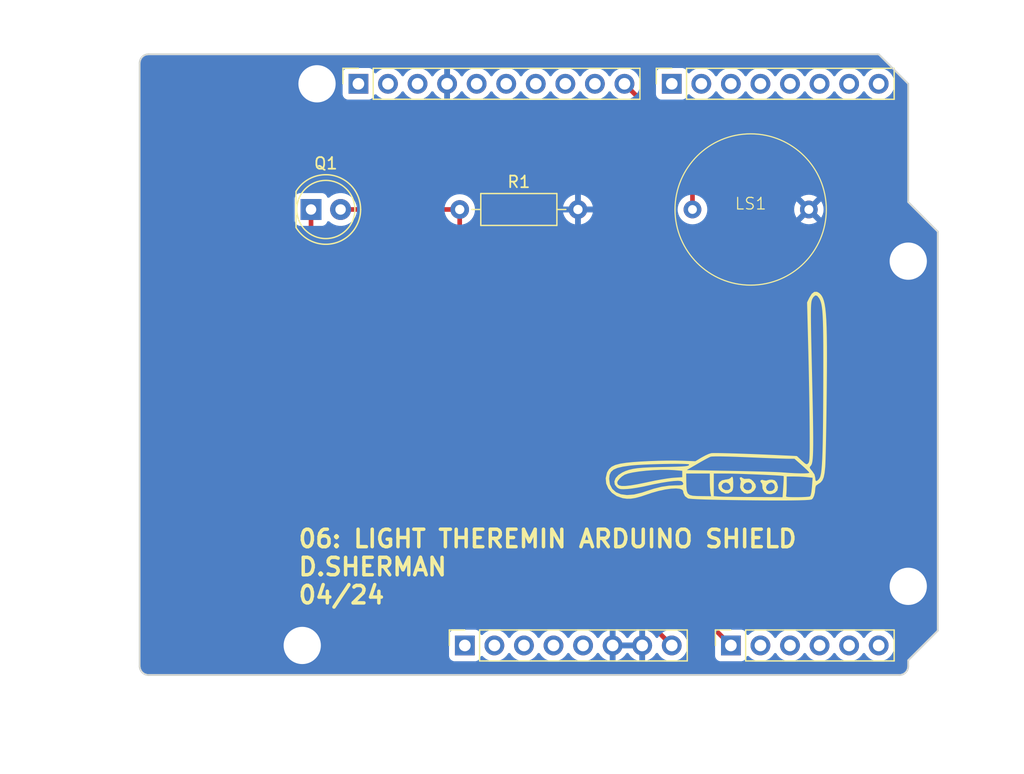
<source format=kicad_pcb>
(kicad_pcb (version 20240108) (generator "pcbnew") (generator_version "8.0")
  (title_block (date "mar. 31 mars 2015"))
  (layers (0 "F.Cu" signal) (31 "B.Cu" signal) (34 "B.Paste" user) (35 "F.Paste" user) (36 "B.SilkS" user "B.Silkscreen") (37 "F.SilkS" user "F.Silkscreen") (38 "B.Mask" user) (39 "F.Mask" user) (44 "Edge.Cuts" user))
  (net 0 "")
  (net 1 "GND")
  (net 3 "+5V")
  (net 4 "/IOREF")
  (net 5 "/A0")
  (net 6 "/A1")
  (net 7 "/A2")
  (net 8 "/A3")
  (net 9 "/SDA{slash}A4")
  (net 10 "/SCL{slash}A5")
  (net 11 "/13")
  (net 12 "/12")
  (net 13 "/AREF")
  (net 14 "/8")
  (net 15 "/7")
  (net 16 "/*11")
  (net 17 "/*10")
  (net 18 "/*9")
  (net 19 "/4")
  (net 20 "/2")
  (net 21 "/*6")
  (net 22 "/*5")
  (net 23 "/TX{slash}1")
  (net 24 "/*3")
  (net 25 "/RX{slash}0")
  (net 26 "+3V3")
  (net 27 "VCC")
  (net 28 "/~{RESET}")
  (footprint "Connector_PinSocket_2.54mm:PinSocket_1x08_P2.54mm_Vertical" (layer "F.Cu") (at 127.94 97.46 90)
    (property "Reference" "J1" (hide yes))
    (property "Value" "Power")
    (fp_line (start 1.33 -1.33) (end 1.33 0) (stroke (width 0.12)) (layer "F.SilkS"))
    (fp_line (start 0 -1.33) (end 1.33 -1.33) (stroke (width 0.12)) (layer "F.SilkS"))
    (fp_line (start 1.33 1.27) (end 1.33 19.11) (stroke (width 0.12)) (layer "F.SilkS"))
    (fp_line (start -1.33 1.27) (end 1.33 1.27) (stroke (width 0.12)) (layer "F.SilkS"))
    (fp_line (start -1.33 1.27) (end -1.33 19.11) (stroke (width 0.12)) (layer "F.SilkS"))
    (fp_line (start -1.33 19.11) (end 1.33 19.11) (stroke (width 0.12)) (layer "F.SilkS"))
    (pad "1" thru_hole rect (at 0 0 90) (size 1.7 1.7) (drill 1) (layers "*.Cu" "*.Mask"))
    (pad "2" thru_hole oval (at 0 2.54 90) (size 1.7 1.7) (drill 1) (layers "*.Cu" "*.Mask") (net 4 "/IOREF"))
    (pad "3" thru_hole oval (at 0 5.08 90) (size 1.7 1.7) (drill 1) (layers "*.Cu" "*.Mask") (net 28 "/~{RESET}"))
    (pad "4" thru_hole oval (at 0 7.62 90) (size 1.7 1.7) (drill 1) (layers "*.Cu" "*.Mask") (net 26 "+3V3"))
    (pad "5" thru_hole oval (at 0 10.16 90) (size 1.7 1.7) (drill 1) (layers "*.Cu" "*.Mask") (net 3 "+5V"))
    (pad "6" thru_hole oval (at 0 12.7 90) (size 1.7 1.7) (drill 1) (layers "*.Cu" "*.Mask") (net 1 "GND"))
    (pad "7" thru_hole oval (at 0 15.24 90) (size 1.7 1.7) (drill 1) (layers "*.Cu" "*.Mask") (net 1 "GND"))
    (pad "8" thru_hole oval (at 0 17.78 90) (size 1.7 1.7) (drill 1) (layers "*.Cu" "*.Mask") (net 27 "VCC"))
  )
  (footprint "Connector_PinSocket_2.54mm:PinSocket_1x06_P2.54mm_Vertical" (layer "F.Cu") (at 150.8 97.46 90)
    (property "Reference" "J3" (hide yes))
    (property "Value" "Analog")
    (fp_line (start 1.33 -1.33) (end 1.33 0) (stroke (width 0.12)) (layer "F.SilkS"))
    (fp_line (start 0 -1.33) (end 1.33 -1.33) (stroke (width 0.12)) (layer "F.SilkS"))
    (fp_line (start 1.33 1.27) (end 1.33 14.03) (stroke (width 0.12)) (layer "F.SilkS"))
    (fp_line (start -1.33 1.27) (end 1.33 1.27) (stroke (width 0.12)) (layer "F.SilkS"))
    (fp_line (start -1.33 1.27) (end -1.33 14.03) (stroke (width 0.12)) (layer "F.SilkS"))
    (fp_line (start -1.33 14.03) (end 1.33 14.03) (stroke (width 0.12)) (layer "F.SilkS"))
    (pad "1" thru_hole rect (at 0 0 90) (size 1.7 1.7) (drill 1) (layers "*.Cu" "*.Mask") (net 5 "/A0"))
    (pad "2" thru_hole oval (at 0 2.54 90) (size 1.7 1.7) (drill 1) (layers "*.Cu" "*.Mask") (net 6 "/A1"))
    (pad "3" thru_hole oval (at 0 5.08 90) (size 1.7 1.7) (drill 1) (layers "*.Cu" "*.Mask") (net 7 "/A2"))
    (pad "4" thru_hole oval (at 0 7.62 90) (size 1.7 1.7) (drill 1) (layers "*.Cu" "*.Mask") (net 8 "/A3"))
    (pad "5" thru_hole oval (at 0 10.16 90) (size 1.7 1.7) (drill 1) (layers "*.Cu" "*.Mask") (net 9 "/SDA{slash}A4"))
    (pad "6" thru_hole oval (at 0 12.7 90) (size 1.7 1.7) (drill 1) (layers "*.Cu" "*.Mask") (net 10 "/SCL{slash}A5"))
  )
  (footprint "Connector_PinSocket_2.54mm:PinSocket_1x10_P2.54mm_Vertical" (layer "F.Cu") (at 118.796 49.2 90)
    (property "Reference" "J2" (hide yes))
    (property "Value" "Digital/PWM")
    (fp_line (start 1.33 -1.33) (end 1.33 0) (stroke (width 0.12)) (layer "F.SilkS"))
    (fp_line (start 0 -1.33) (end 1.33 -1.33) (stroke (width 0.12)) (layer "F.SilkS"))
    (fp_line (start 1.33 1.27) (end 1.33 24.19) (stroke (width 0.12)) (layer "F.SilkS"))
    (fp_line (start -1.33 1.27) (end 1.33 1.27) (stroke (width 0.12)) (layer "F.SilkS"))
    (fp_line (start -1.33 1.27) (end -1.33 24.19) (stroke (width 0.12)) (layer "F.SilkS"))
    (fp_line (start -1.33 24.19) (end 1.33 24.19) (stroke (width 0.12)) (layer "F.SilkS"))
    (pad "1" thru_hole rect (at 0 0 90) (size 1.7 1.7) (drill 1) (layers "*.Cu" "*.Mask") (net 10 "/SCL{slash}A5"))
    (pad "2" thru_hole oval (at 0 2.54 90) (size 1.7 1.7) (drill 1) (layers "*.Cu" "*.Mask") (net 9 "/SDA{slash}A4"))
    (pad "3" thru_hole oval (at 0 5.08 90) (size 1.7 1.7) (drill 1) (layers "*.Cu" "*.Mask") (net 13 "/AREF"))
    (pad "4" thru_hole oval (at 0 7.62 90) (size 1.7 1.7) (drill 1) (layers "*.Cu" "*.Mask") (net 1 "GND"))
    (pad "5" thru_hole oval (at 0 10.16 90) (size 1.7 1.7) (drill 1) (layers "*.Cu" "*.Mask") (net 11 "/13"))
    (pad "6" thru_hole oval (at 0 12.7 90) (size 1.7 1.7) (drill 1) (layers "*.Cu" "*.Mask") (net 12 "/12"))
    (pad "7" thru_hole oval (at 0 15.24 90) (size 1.7 1.7) (drill 1) (layers "*.Cu" "*.Mask") (net 16 "/*11"))
    (pad "8" thru_hole oval (at 0 17.78 90) (size 1.7 1.7) (drill 1) (layers "*.Cu" "*.Mask") (net 17 "/*10"))
    (pad "9" thru_hole oval (at 0 20.32 90) (size 1.7 1.7) (drill 1) (layers "*.Cu" "*.Mask") (net 18 "/*9"))
    (pad "10" thru_hole oval (at 0 22.86 90) (size 1.7 1.7) (drill 1) (layers "*.Cu" "*.Mask") (net 14 "/8"))
  )
  (footprint "Connector_PinSocket_2.54mm:PinSocket_1x08_P2.54mm_Vertical" (layer "F.Cu") (at 145.72 49.2 90)
    (property "Reference" "J4" (hide yes))
    (property "Value" "Digital/PWM")
    (fp_line (start 1.33 -1.33) (end 1.33 0) (stroke (width 0.12)) (layer "F.SilkS"))
    (fp_line (start 0 -1.33) (end 1.33 -1.33) (stroke (width 0.12)) (layer "F.SilkS"))
    (fp_line (start 1.33 1.27) (end 1.33 19.11) (stroke (width 0.12)) (layer "F.SilkS"))
    (fp_line (start -1.33 1.27) (end 1.33 1.27) (stroke (width 0.12)) (layer "F.SilkS"))
    (fp_line (start -1.33 1.27) (end -1.33 19.11) (stroke (width 0.12)) (layer "F.SilkS"))
    (fp_line (start -1.33 19.11) (end 1.33 19.11) (stroke (width 0.12)) (layer "F.SilkS"))
    (pad "1" thru_hole rect (at 0 0 90) (size 1.7 1.7) (drill 1) (layers "*.Cu" "*.Mask") (net 15 "/7"))
    (pad "2" thru_hole oval (at 0 2.54 90) (size 1.7 1.7) (drill 1) (layers "*.Cu" "*.Mask") (net 21 "/*6"))
    (pad "3" thru_hole oval (at 0 5.08 90) (size 1.7 1.7) (drill 1) (layers "*.Cu" "*.Mask") (net 22 "/*5"))
    (pad "4" thru_hole oval (at 0 7.62 90) (size 1.7 1.7) (drill 1) (layers "*.Cu" "*.Mask") (net 19 "/4"))
    (pad "5" thru_hole oval (at 0 10.16 90) (size 1.7 1.7) (drill 1) (layers "*.Cu" "*.Mask") (net 24 "/*3"))
    (pad "6" thru_hole oval (at 0 12.7 90) (size 1.7 1.7) (drill 1) (layers "*.Cu" "*.Mask") (net 20 "/2"))
    (pad "7" thru_hole oval (at 0 15.24 90) (size 1.7 1.7) (drill 1) (layers "*.Cu" "*.Mask") (net 23 "/TX{slash}1"))
    (pad "8" thru_hole oval (at 0 17.78 90) (size 1.7 1.7) (drill 1) (layers "*.Cu" "*.Mask") (net 25 "/RX{slash}0"))
  )
  (footprint "myLibrary:speaker" (layer "F.Cu") (at 152.5 60)
    (property "Reference" "LS1" (at 0 -0.5 0) (layer "F.SilkS") (effects (font (thickness 0.1))))
    (property "Value" "Speaker")
    (fp_circle (center 0 0) (end -6.5 0) (stroke (width 0.1)) (fill none) (layer "F.SilkS"))
    (pad "1" thru_hole circle (at -5 0) (size 1.524 1.524) (drill 0.762) (layers "*.Cu" "*.Mask") (net 14 "/8"))
    (pad "2" thru_hole circle (at 5 0) (size 1.524 1.524) (drill 0.762) (layers "*.Cu" "*.Mask") (net 1 "GND"))
  )
  (footprint "LED_THT:LED_D5.0mm_Clear" (layer "F.Cu") (at 114.725 60)
    (property "Reference" "Q1" (at 1.27 -3.96 360) (layer "F.SilkS"))
    (property "Value" "BPW40")
    (fp_line (start -1.29 -1.545) (end -1.29 1.545) (stroke (width 0.12)) (layer "F.SilkS"))
    (fp_arc (start -1.29 -1.54483) (mid 2.072002 -2.880433) (end 4.26 0.000462) (stroke (width 0.12)) (layer "F.SilkS"))
    (fp_arc (start 4.26 -0.000462) (mid 2.072002 2.880433) (end -1.29 1.54483) (stroke (width 0.12)) (layer "F.SilkS"))
    (fp_circle (center 1.27 0) (end 3.77 0) (stroke (width 0.12)) (fill none) (layer "F.SilkS"))
    (pad "1" thru_hole rect (at 0 0) (size 1.8 1.8) (drill 0.9) (layers "*.Cu" "*.Mask") (net 27 "VCC"))
    (pad "2" thru_hole circle (at 2.54 0) (size 1.8 1.8) (drill 0.9) (layers "*.Cu" "*.Mask") (net 5 "/A0"))
  )
  (footprint "Arduino_MountingHole:MountingHole_3.2mm" (layer "F.Cu") (at 115.24 49.2)
    (property "Reference" "MH1" (hide yes))
    (property "Value" "MountingHole_3.2mm" (hide yes))
    (pad "" np_thru_hole circle (at 0 0) (size 3.2 3.2) (drill 3.2) (layers "*.Cu" "*.Mask"))
  )
  (footprint "light_theremin_footprint:light_theremin_footprint" (layer "F.Cu") (at 149.5 76)
    (property "Reference" "G***" (hide yes))
    (property "Value" "LOGO" (hide yes))
    (fp_poly (pts (xy 1.444069 6.978016) (xy 1.483018 7.119452) (xy 1.501393 7.408118) (xy 1.504188 7.526279) (xy 1.499868 7.867581) (xy 1.466272 8.08178) (xy 1.395721 8.209721) (xy 1.371338 8.233077) (xy 1.091755 8.398296) (xy 0.846667 8.405671) (xy 0.492264 8.247852) (xy 0.278849 8.011202) (xy 0.252494 7.95503) (xy 0.216076 7.710241) (xy 0.515095 7.710241) (xy 0.532865 7.88291) (xy 0.650426 8.026638) (xy 0.834548 8.110852) (xy 1.052006 8.10498) (xy 1.182264 8.047022) (xy 1.260729 7.947067) (xy 1.237554 7.774818) (xy 1.222894 7.730819) (xy 1.082853 7.533969) (xy 0.876372 7.45624) (xy 0.660988 7.516239) (xy 0.63034 7.539201) (xy 0.515095 7.710241) (xy 0.216076 7.710241) (xy 0.210592 7.673378) (xy 0.314516 7.436109) (xy 0.541789 7.268937) (xy 0.869935 7.197571) (xy 0.9154 7.196667) (xy 1.131927 7.155842) (xy 1.27 7.069667) (xy 1.375934 6.967019)) (fill solid) (layer "F.SilkS"))
    (fp_poly (pts (xy 2.277898 7.059905) (xy 2.448716 7.146326) (xy 2.668316 7.137719) (xy 2.880357 7.128887) (xy 3.052516 7.205555) (xy 3.213406 7.349047) (xy 3.414275 7.610052) (xy 3.45559 7.848459) (xy 3.339612 8.091558) (xy 3.280834 8.162425) (xy 3.002409 8.372671) (xy 2.696575 8.428754) (xy 2.455334 8.359153) (xy 2.212152 8.154626) (xy 2.090884 7.880624) (xy 2.097815 7.789334) (xy 2.370667 7.789334) (xy 2.440573 7.982476) (xy 2.610825 8.100261) (xy 2.822226 8.124067) (xy 3.015574 8.035273) (xy 3.047088 8.0021) (xy 3.110333 7.819108) (xy 3.098175 7.663433) (xy 2.989384 7.502466) (xy 2.807401 7.442801) (xy 2.607086 7.474945) (xy 2.443301 7.589404) (xy 2.370907 7.776682) (xy 2.370667 7.789334) (xy 2.097815 7.789334) (xy 2.113151 7.587339) (xy 2.117612 7.575182) (xy 2.161106 7.355954) (xy 2.105142 7.225113) (xy 2.054249 7.079675) (xy 2.089977 7.020157) (xy 2.205019 6.996947)) (fill solid) (layer "F.SilkS"))
    (fp_poly (pts (xy 5.067699 7.274169) (xy 5.218225 7.438523) (xy 5.26465 7.524041) (xy 5.35299 7.850276) (xy 5.290774 8.131805) (xy 5.095841 8.341713) (xy 4.786032 8.453085) (xy 4.641645 8.463974) (xy 4.379916 8.42692) (xy 4.188525 8.283783) (xy 4.148627 8.23572) (xy 4.013004 7.96839) (xy 4.009708 7.870189) (xy 4.318 7.870189) (xy 4.383915 8.081991) (xy 4.555839 8.189406) (xy 4.795045 8.175937) (xy 4.916233 8.125021) (xy 5.050244 7.975362) (xy 5.072942 7.775089) (xy 4.999073 7.584844) (xy 4.843386 7.465268) (xy 4.752234 7.450667) (xy 4.569833 7.517374) (xy 4.402445 7.673048) (xy 4.319081 7.851014) (xy 4.318 7.870189) (xy 4.009708 7.870189) (xy 4.007166 7.794473) (xy 3.98445 7.572453) (xy 3.907517 7.480786) (xy 3.824435 7.359389) (xy 3.868062 7.260511) (xy 3.996965 7.226723) (xy 4.117154 7.265381) (xy 4.337114 7.302118) (xy 4.425559 7.269082) (xy 4.618823 7.217879) (xy 4.851079 7.212761)) (fill solid) (layer "F.SilkS"))
    (fp_poly (pts (xy 8.87128 -8.832385) (xy 8.998049 -8.720112) (xy 9.109483 -8.577149) (xy 9.206375 -8.393128) (xy 9.289519 -8.157683) (xy 9.359707 -7.860444) (xy 9.417733 -7.491045) (xy 9.46439 -7.039119) (xy 9.50047 -6.494298) (xy 9.526768 -5.846214) (xy 9.544076 -5.084501) (xy 9.553187 -4.19879) (xy 9.554896 -3.178714) (xy 9.549993 -2.013905) (xy 9.539274 -0.693997) (xy 9.534045 -0.169333) (xy 9.522991 0.800063) (xy 9.510313 1.742798) (xy 9.496372 2.641216) (xy 9.481529 3.477664) (xy 9.466144 4.234488) (xy 9.450579 4.894033) (xy 9.435194 5.438647) (xy 9.420351 5.850674) (xy 9.406411 6.112462) (xy 9.405329 6.126593) (xy 9.352179 6.635591) (xy 9.277433 7.006221) (xy 9.167999 7.269237) (xy 9.010784 7.455391) (xy 8.792695 7.595435) (xy 8.776552 7.603453) (xy 8.606804 7.734918) (xy 8.551816 7.940065) (xy 8.550861 7.984453) (xy 8.521233 8.314334) (xy 8.444446 8.612901) (xy 8.336922 8.832056) (xy 8.231198 8.920684) (xy 8.029166 8.950346) (xy 7.661462 8.973752) (xy 7.131635 8.990872) (xy 6.44323 9.001674) (xy 5.599796 9.006126) (xy 4.60488 9.004198) (xy 3.462029 8.995858) (xy 2.174791 8.981075) (xy 1.862667 8.976816) (xy 0.74627 8.9591) (xy -0.20102 8.939621) (xy -0.979165 8.91838) (xy -1.588127 8.895379) (xy -2.027867 8.870619) (xy -2.298347 8.844102) (xy -2.386685 8.824608) (xy -2.647297 8.632333) (xy -2.781916 8.348348) (xy -2.794 8.223421) (xy -2.870248 8.084287) (xy -3.08486 8.000185) (xy -3.416638 7.969457) (xy -3.844383 7.990443) (xy -4.346898 8.061486) (xy -4.902985 8.180928) (xy -5.491445 8.34711) (xy -5.829859 8.460909) (xy -6.419895 8.659187) (xy -6.894676 8.787277) (xy -7.290298 8.85093) (xy -7.642859 8.855896) (xy -7.988453 8.807926) (xy -7.997088 8.806146) (xy -8.50981 8.629151) (xy -8.926256 8.345009) (xy -9.23221 7.977629) (xy -9.413456 7.550925) (xy -9.451014 7.140801) (xy -9.158111 7.140801) (xy -9.089221 7.622698) (xy -8.890227 8.00755) (xy -8.572644 8.291144) (xy -8.147987 8.469266) (xy -7.627772 8.537704) (xy -7.023514 8.492245) (xy -6.346727 8.328675) (xy -6.12062 8.25211) (xy -5.336927 7.993401) (xy -4.648709 7.822026) (xy -4.012196 7.728959) (xy -3.465798 7.704667) (xy -3.129039 7.7007) (xy -2.927661 7.683416) (xy -2.827794 7.644741) (xy -2.795567 7.5766) (xy -2.794 7.544512) (xy -2.870866 7.394374) (xy -3.007714 7.330719) (xy -3.246442 7.311729) (xy -3.621725 7.333352) (xy -4.106685 7.39188) (xy -4.674446 7.483604) (xy -5.298132 7.604816) (xy -5.799666 7.715933) (xy -6.285951 7.820362) (xy -6.786589 7.912408) (xy -7.241296 7.98184) (xy -7.577666 8.01766) (xy -7.927605 8.035548) (xy -8.157338 8.02809) (xy -8.315042 7.987857) (xy -8.448893 7.907422) (xy -8.487833 7.877341) (xy -8.674574 7.641425) (xy -8.698807 7.4623) (xy -8.466666 7.4623) (xy -8.428182 7.608929) (xy -8.304593 7.706843) (xy -8.083697 7.755792) (xy -7.753289 7.755527) (xy -7.301167 7.705798) (xy -6.715127 7.606356) (xy -5.982966 7.456951) (xy -5.753308 7.406836) (xy -5.220629 7.296538) (xy -4.679703 7.197149) (xy -4.180073 7.116936) (xy -3.771287 7.064164) (xy -3.6195 7.05085) (xy -2.878666 7.002269) (xy -2.878666 6.728482) (xy -2.878666 6.688667) (xy -2.54 6.688667) (xy -2.53156 7.387167) (xy -2.521158 7.850256) (xy -2.48626 8.17937) (xy -2.401836 8.397756) (xy -2.242854 8.528659) (xy -1.984285 8.595325) (xy -1.601098 8.620998) (xy -1.195916 8.627561) (xy -0.402166 8.636) (xy -0.455083 8.371417) (xy -0.480111 8.161403) (xy -0.498749 7.84331) (xy -0.507671 7.478362) (xy -0.508 7.39775) (xy -0.508 6.688667) (xy -0.169333 6.688667) (xy -0.169333 7.657465) (xy -0.169333 8.626264) (xy 0.1905 8.658673) (xy 0.364844 8.667308) (xy 0.684089 8.676063) (xy 1.123802 8.684548) (xy 1.659551 8.692374) (xy 2.266904 8.69915) (xy 2.921429 8.704485) (xy 3.145686 8.705875) (xy 5.741039 8.720667) (xy 5.746274 8.643862) (xy 6.0408 8.643862) (xy 6.09846 8.682119) (xy 6.243232 8.705083) (xy 6.500758 8.716327) (xy 6.896681 8.719419) (xy 6.997108 8.71937) (xy 7.399603 8.713451) (xy 7.744117 8.698323) (xy 7.992961 8.676309) (xy 8.106599 8.651019) (xy 8.165779 8.53253) (xy 8.218853 8.272184) (xy 8.26054 7.897452) (xy 8.266508 7.818833) (xy 8.320818 7.053702) (xy 7.864576 6.99892) (xy 7.541638 6.971016) (xy 7.138167 6.951032) (xy 6.752167 6.943403) (xy 6.096 6.942667) (xy 6.096 7.697742) (xy 6.090459 8.05221) (xy 6.075665 8.351313) (xy 6.054362 8.547591) (xy 6.044608 8.586742) (xy 6.0408 8.643862) (xy 5.746274 8.643862) (xy 5.801888 7.827924) (xy 5.824078 7.458552) (xy 5.836525 7.157444) (xy 5.838074 6.960991) (xy 5.831202 6.904019) (xy 5.737758 6.888759) (xy 5.500199 6.869409) (xy 5.143664 6.847053) (xy 4.693295 6.822772) (xy 4.17423 6.797651) (xy 3.611609 6.772774) (xy 3.030572 6.749222) (xy 2.456258 6.728081) (xy 1.913807 6.710432) (xy 1.428359 6.69736) (xy 1.025053 6.689947) (xy 0.833691 6.688667) (xy -0.169333 6.688667) (xy -0.508 6.688667) (xy -1.524 6.688667) (xy -2.54 6.688667) (xy -2.878666 6.688667) (xy -2.878666 6.454695) (xy -3.597127 6.394848) (xy -3.648956 6.392334) (xy -2.496954 6.392334) (xy 1.18569 6.455372) (xy 1.996558 6.470599) (xy 2.785932 6.487959) (xy 3.530946 6.50677) (xy 4.208735 6.526348) (xy 4.796432 6.546012) (xy 5.271172 6.56508) (xy 5.610089 6.58287) (xy 5.715 6.590514) (xy 6.250493 6.630274) (xy 6.761108 6.657517) (xy 7.220443 6.671922) (xy 7.602097 6.673171) (xy 7.879666 6.660943) (xy 8.026751 6.63492) (xy 8.043334 6.618678) (xy 7.983628 6.536553) (xy 7.822678 6.37117) (xy 7.648211 6.206605) (xy 8.080935 6.206605) (xy 8.164048 6.335127) (xy 8.28642 6.477506) (xy 8.483753 6.76457) (xy 8.550778 7.04787) (xy 8.551334 7.079668) (xy 8.578795 7.28866) (xy 8.662444 7.339393) (xy 8.804174 7.231986) (xy 8.909767 7.102612) (xy 8.963807 7.000408) (xy 9.011682 6.84084) (xy 9.053767 6.614437) (xy 9.090442 6.311726) (xy 9.122083 5.923237) (xy 9.149069 5.439498) (xy 9.171777 4.851036) (xy 9.190585 4.14838) (xy 9.205871 3.322059) (xy 9.218012 2.3626) (xy 9.227386 1.260533) (xy 9.23437 0.006384) (xy 9.238582 -1.143) (xy 9.241464 -2.375347) (xy 9.24185 -3.450366) (xy 9.239152 -4.380051) (xy 9.232778 -5.176395) (xy 9.222139 -5.851393) (xy 9.206644 -6.41704) (xy 9.185703 -6.885328) (xy 9.158725 -7.268253) (xy 9.125121 -7.577809) (xy 9.0843 -7.825989) (xy 9.035672 -8.024788) (xy 8.978647 -8.1862) (xy 8.912633 -8.322219) (xy 8.882733 -8.373595) (xy 8.713955 -8.579162) (xy 8.555018 -8.616125) (xy 8.398294 -8.484312) (xy 8.321497 -8.360833) (xy 8.286357 -8.29101) (xy 8.256194 -8.212391) (xy 8.230949 -8.11339) (xy 8.210562 -7.982422) (xy 8.194975 -7.807904) (xy 8.184128 -7.578249) (xy 8.177963 -7.281874) (xy 8.17642 -6.907193) (xy 8.17944 -6.442623) (xy 8.186964 -5.876577) (xy 8.198933 -5.197472) (xy 8.215288 -4.393722) (xy 8.23597 -3.453744) (xy 8.260919 -2.365951) (xy 8.285533 -1.312333) (xy 8.314775 -0.029851) (xy 8.338339 1.093944) (xy 8.356073 2.069609) (xy 8.367827 2.9077) (xy 8.373448 3.618774) (xy 8.372786 4.213386) (xy 8.365689 4.702093) (xy 8.352005 5.095451) (xy 8.331583 5.404017) (xy 8.304271 5.638348) (xy 8.269918 5.808999) (xy 8.228372 5.926526) (xy 8.180587 6.000277) (xy 8.090397 6.112795) (xy 8.080935 6.206605) (xy 7.648211 6.206605) (xy 7.587733 6.149559) (xy 7.403168 5.983678) (xy 6.763003 5.418667) (xy 6.239001 5.418106) (xy 6.030467 5.414377) (xy 5.676587 5.404039) (xy 5.201184 5.387958) (xy 4.628082 5.366998) (xy 3.981104 5.342024) (xy 3.284072 5.3139) (xy 2.736329 5.290985) (xy 1.811116 5.254397) (xy 1.037914 5.229645) (xy 0.420206 5.21678) (xy -0.038523 5.21585) (xy -0.33479 5.226906) (xy -0.456181 5.245727) (xy -0.610876 5.319114) (xy -0.874364 5.458975) (xy -1.209866 5.64528) (xy -1.580605 5.858001) (xy -1.583487 5.859681) (xy -2.496954 6.392334) (xy -3.648956 6.392334) (xy -4.130052 6.368998) (xy -4.72849 6.370838) (xy -5.359036 6.39724) (xy -5.988287 6.445077) (xy -6.582837 6.51122) (xy -7.109282 6.592544) (xy -7.534217 6.68592) (xy -7.824239 6.788221) (xy -7.829988 6.79113) (xy -8.064007 6.946255) (xy -8.277323 7.145257) (xy -8.425303 7.341086) (xy -8.466666 7.4623) (xy -8.698807 7.4623) (xy -8.711274 7.370151) (xy -8.606437 7.087639) (xy -8.368563 6.818009) (xy -8.037995 6.601277) (xy -7.75655 6.471968) (xy -7.459086 6.369046) (xy -7.121349 6.289154) (xy -6.719083 6.228934) (xy -6.228035 6.18503) (xy -5.623949 6.154085) (xy -4.88257 6.132742) (xy -4.614333 6.127428) (xy -3.921501 6.113732) (xy -3.379821 6.099698) (xy -2.971116 6.083626) (xy -2.67721 6.063814) (xy -2.479926 6.038559) (xy -2.361089 6.00616) (xy -2.302521 5.964915) (xy -2.286047 5.913122) (xy -2.286 5.909427) (xy -2.366499 5.884511) (xy -2.591723 5.867302) (xy -2.937261 5.857329) (xy -3.3787 5.854122) (xy -3.891631 5.85721) (xy -4.451642 5.866123) (xy -5.034321 5.880391) (xy -5.615258 5.899543) (xy -6.170042 5.923108) (xy -6.67426 5.950616) (xy -7.103503 5.981597) (xy -7.366 6.00734) (xy -7.984241 6.096444) (xy -8.451214 6.209466) (xy -8.7845 6.357526) (xy -9.001678 6.551742) (xy -9.12033 6.803234) (xy -9.158035 7.123122) (xy -9.158111 7.140801) (xy -9.451014 7.140801) (xy -9.455776 7.088805) (xy -9.344955 6.615183) (xy -9.32611 6.570832) (xy -9.169167 6.305113) (xy -8.94796 6.103621) (xy -8.635909 5.95328) (xy -8.206429 5.841015) (xy -7.67549 5.758968) (xy -7.139821 5.705) (xy -6.479643 5.658107) (xy -5.73969 5.619885) (xy -4.964696 5.591927) (xy -4.199398 5.575828) (xy -3.488529 5.57318) (xy -2.876825 5.58558) (xy -2.844506 5.586827) (xy -1.752013 5.630334) (xy -1.213227 5.307276) (xy -0.903338 5.138661) (xy -0.606781 5.00595) (xy -0.387267 4.93762) (xy -0.385628 4.93735) (xy -0.226352 4.928785) (xy 0.084203 4.927933) (xy 0.528182 4.934239) (xy 1.087733 4.947145) (xy 1.745003 4.966098) (xy 2.482137 4.99054) (xy 3.281282 5.019916) (xy 4.124586 5.05367) (xy 4.994196 5.091246) (xy 5.872257 5.132088) (xy 5.877758 5.132354) (xy 6.971849 5.185177) (xy 7.383979 5.570677) (xy 7.606675 5.773258) (xy 7.745517 5.873436) (xy 7.837696 5.887225) (xy 7.920401 5.830639) (xy 7.940888 5.810467) (xy 7.980175 5.758545) (xy 8.01146 5.678723) (xy 8.035491 5.553463) (xy 8.053017 5.365228) (xy 8.064788 5.096479) (xy 8.071553 4.729679) (xy 8.07406 4.247288) (xy 8.073058 3.631771) (xy 8.069297 2.865587) (xy 8.068981 2.811212) (xy 8.062825 2.088995) (xy 8.052312 1.234232) (xy 8.038083 0.283638) (xy 8.02078 -0.726073) (xy 8.001042 -1.758188) (xy 7.979511 -2.775991) (xy 7.956827 -3.74277) (xy 7.949558 -4.030363) (xy 7.846821 -8.018393) (xy 8.040562 -8.418607) (xy 8.247285 -8.75413) (xy 8.464246 -8.922785) (xy 8.696218 -8.926952)) (fill solid) (layer "F.SilkS"))
  )
  (footprint "Arduino_MountingHole:MountingHole_3.2mm" (layer "F.Cu") (at 113.97 97.46)
    (property "Reference" "MH2" (hide yes))
    (property "Value" "MountingHole_3.2mm" (hide yes))
    (pad "" np_thru_hole circle (at 0 0) (size 3.2 3.2) (drill 3.2) (layers "*.Cu" "*.Mask"))
  )
  (footprint "Arduino_MountingHole:MountingHole_3.2mm" (layer "F.Cu") (at 166.04 64.44)
    (property "Reference" "MH3" (hide yes))
    (property "Value" "MountingHole_3.2mm" (hide yes))
    (pad "" np_thru_hole circle (at 0 0) (size 3.2 3.2) (drill 3.2) (layers "*.Cu" "*.Mask"))
  )
  (footprint "Arduino_MountingHole:MountingHole_3.2mm" (layer "F.Cu") (at 166.04 92.38)
    (property "Reference" "MH4" (hide yes))
    (property "Value" "MountingHole_3.2mm" (hide yes))
    (pad "" np_thru_hole circle (at 0 0) (size 3.2 3.2) (drill 3.2) (layers "*.Cu" "*.Mask"))
  )
  (footprint "Resistor_THT:R_Axial_DIN0207_L6.3mm_D2.5mm_P10.16mm_Horizontal" (layer "F.Cu") (at 127.5 60)
    (property "Reference" "R1" (at 5.08 -2.37 0) (layer "F.SilkS"))
    (property "Value" "100kΩ")
    (fp_line (start 1.04 0) (end 1.81 0) (stroke (width 0.12)) (layer "F.SilkS"))
    (fp_line (start 1.81 -1.37) (end 1.81 1.37) (stroke (width 0.12)) (layer "F.SilkS"))
    (fp_line (start 1.81 1.37) (end 8.35 1.37) (stroke (width 0.12)) (layer "F.SilkS"))
    (fp_line (start 8.35 -1.37) (end 1.81 -1.37) (stroke (width 0.12)) (layer "F.SilkS"))
    (fp_line (start 8.35 1.37) (end 8.35 -1.37) (stroke (width 0.12)) (layer "F.SilkS"))
    (fp_line (start 9.12 0) (end 8.35 0) (stroke (width 0.12)) (layer "F.SilkS"))
    (pad "1" thru_hole circle (at 0 0) (size 1.6 1.6) (drill 0.8) (layers "*.Cu" "*.Mask") (net 5 "/A0"))
    (pad "2" thru_hole oval (at 10.16 0) (size 1.6 1.6) (drill 0.8) (layers "*.Cu" "*.Mask") (net 1 "GND"))
  )
  (gr_line (start 166.04 59.36) (end 168.58 61.9) (stroke (width 0.15)) (layer "Edge.Cuts"))
  (gr_line (start 100 99.238) (end 100 47.422) (stroke (width 0.15)) (layer "Edge.Cuts"))
  (gr_line (start 168.58 61.9) (end 168.58 96.19) (stroke (width 0.15)) (layer "Edge.Cuts"))
  (gr_line (start 165.278 100) (end 100.762 100) (stroke (width 0.15)) (layer "Edge.Cuts"))
  (gr_line (start 100.762 46.66) (end 163.5 46.66) (stroke (width 0.15)) (layer "Edge.Cuts"))
  (gr_arc (start 100.762 100) (mid 100.223185 99.776815) (end 100 99.238) (stroke (width 0.15)) (layer "Edge.Cuts"))
  (gr_line (start 168.58 96.19) (end 166.04 98.73) (stroke (width 0.15)) (layer "Edge.Cuts"))
  (gr_line (start 163.5 46.66) (end 166.04 49.2) (stroke (width 0.15)) (layer "Edge.Cuts"))
  (gr_arc (start 166.04 99.238) (mid 165.816815 99.776815) (end 165.278 100) (stroke (width 0.15)) (layer "Edge.Cuts"))
  (gr_line (start 166.04 49.2) (end 166.04 59.36) (stroke (width 0.15)) (layer "Edge.Cuts"))
  (gr_line (start 166.04 98.73) (end 166.04 99.238) (stroke (width 0.15)) (layer "Edge.Cuts"))
  (gr_arc (start 100 47.422) (mid 100.223185 46.883185) (end 100.762 46.66) (stroke (width 0.15)) (layer "Edge.Cuts"))
  (gr_text "06: LIGHT THEREMIN ARDUINO SHIELD\nD.SHERMAN\n04/24" (at 113.5 94 0) (layer "F.SilkS") (effects (font (size 1.5 1.5) (thickness 0.3) (bold yes)) (justify left bottom)))
  (segment (start 117.265 60) (end 127.5 60) (width 0.4) (layer "F.Cu") (net 5))
  (segment (start 127.5 60) (end 127.5 74.16) (width 0.4) (layer "F.Cu") (net 5))
  (segment (start 127.5 74.16) (end 150.8 97.46) (width 0.4) (layer "F.Cu") (net 5))
  (segment (start 147.5 55.044) (end 141.656 49.2) (width 0.4) (layer "F.Cu") (net 14))
  (segment (start 147.5 60) (end 147.5 55.044) (width 0.4) (layer "F.Cu") (net 14))
  (segment (start 114.725 66.465) (end 145.72 97.46) (width 0.4) (layer "F.Cu") (net 27))
  (segment (start 114.725 60) (end 114.725 66.465) (width 0.4) (layer "F.Cu") (net 27))
  (zone (net 1) (net_name "GND") (layer "B.Cu") (connect_pads (clearance 0.508)) (min_thickness 0.25) (fill yes (thermal_gap 0.5) (thermal_bridge_width 0.5))
    (polygon (pts (xy 173 61) (xy 170.5 108.5) (xy 88 106) (xy 89.5 42) (xy 176 44)))
  )
)
</source>
